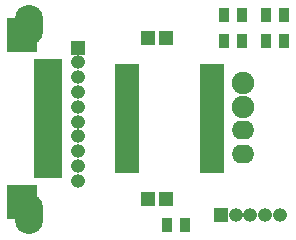
<source format=gbr>
G04 #@! TF.FileFunction,Soldermask,Top*
%FSLAX46Y46*%
G04 Gerber Fmt 4.6, Leading zero omitted, Abs format (unit mm)*
G04 Created by KiCad (PCBNEW 4.0.2+dfsg1-stable) date 2018年07月27日 15時19分14秒*
%MOMM*%
G01*
G04 APERTURE LIST*
%ADD10C,0.100000*%
%ADD11O,1.900000X1.600000*%
%ADD12C,1.900000*%
%ADD13R,1.200000X1.150000*%
%ADD14R,1.200000X1.200000*%
%ADD15O,1.200000X1.200000*%
%ADD16R,0.900000X1.300000*%
%ADD17R,2.150000X0.850000*%
%ADD18R,2.600000X3.000000*%
%ADD19R,2.400000X1.000000*%
%ADD20O,2.400000X3.400000*%
G04 APERTURE END LIST*
D10*
D11*
X116085600Y-84244800D03*
X116085600Y-82244800D03*
D12*
X116085600Y-80244800D03*
X116085600Y-78244800D03*
D13*
X109535600Y-74444800D03*
X108035600Y-74444800D03*
X108035600Y-88044800D03*
X109535600Y-88044800D03*
D14*
X102085600Y-75244800D03*
D15*
X102085600Y-76494800D03*
X102085600Y-77744800D03*
X102085600Y-78994800D03*
X102085600Y-80244800D03*
X102085600Y-81494800D03*
X102085600Y-82744800D03*
X102085600Y-83994800D03*
X102085600Y-85244800D03*
X102085600Y-86494800D03*
D14*
X114185600Y-89444800D03*
D15*
X115435600Y-89444800D03*
X116685600Y-89444800D03*
X117935600Y-89444800D03*
X119185600Y-89444800D03*
D16*
X115935600Y-72444800D03*
X114435600Y-72444800D03*
X115935600Y-74644800D03*
X114435600Y-74644800D03*
X118035600Y-72444800D03*
X119535600Y-72444800D03*
X118035600Y-74644800D03*
X119535600Y-74644800D03*
X109635600Y-90244800D03*
X111135600Y-90244800D03*
D17*
X113435600Y-85469800D03*
X113435600Y-84819800D03*
X113435600Y-84169800D03*
X113435600Y-83519800D03*
X113435600Y-82869800D03*
X113435600Y-82219800D03*
X113435600Y-81569800D03*
X113435600Y-80919800D03*
X113435600Y-80269800D03*
X113435600Y-79619800D03*
X113435600Y-78969800D03*
X113435600Y-78319800D03*
X113435600Y-77669800D03*
X113435600Y-77019800D03*
X106235600Y-77019800D03*
X106235600Y-77669800D03*
X106235600Y-78319800D03*
X106235600Y-78969800D03*
X106235600Y-79619800D03*
X106235600Y-80269800D03*
X106235600Y-80919800D03*
X106235600Y-81569800D03*
X106235600Y-82219800D03*
X106235600Y-82869800D03*
X106235600Y-83519800D03*
X106235600Y-84169800D03*
X106235600Y-84819800D03*
X106235600Y-85469800D03*
D18*
X97385600Y-88344800D03*
D19*
X99585600Y-76744800D03*
X99585600Y-77744800D03*
X99585600Y-78744800D03*
X99585600Y-79744800D03*
X99585600Y-80744800D03*
X99585600Y-81744800D03*
X99585600Y-82744800D03*
X99585600Y-83744800D03*
X99585600Y-84744800D03*
X99585600Y-85744800D03*
D18*
X97385600Y-74144800D03*
D20*
X97975600Y-73339800D03*
X97975600Y-89339800D03*
M02*

</source>
